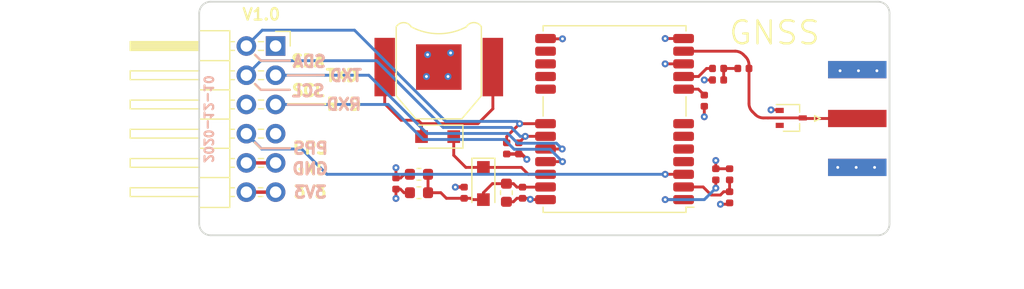
<source format=kicad_pcb>
(kicad_pcb (version 20201116) (generator pcbnew)
  (title_block (title "GNSS") (date "2020-12-17") (rev "r1.0") (company "GsD") (comment 1 "PMOD"))
  (layers (0 "F.Cu" signal) (1 "In1.Cu" signal) (2 "In2.Cu" signal) (31 "B.Cu" signal) (34 "B.Paste" user) (35 "F.Paste" user) (36 "B.SilkS" user "B.Silkscreen") (37 "F.SilkS" user "F.Silkscreen") (38 "B.Mask" user) (39 "F.Mask" user) (44 "Edge.Cuts" user))
  (net 0 "")
  (net 1 "GND")
  (net 2 "+3V3")
  (net 3 "Net-(C2-Pad1)")
  (net 4 "Net-(C6-Pad1)")
  (net 5 "Net-(C7-Pad1)")
  (net 6 "Net-(D1-Pad1)")
  (net 7 "Net-(D3-Pad3)")
  (net 8 "no_connect_23")
  (net 9 "Net-(J1-Pad1)")
  (net 10 "/TXD")
  (net 11 "/RXD")
  (net 12 "Net-(J1-Pad4)")
  (net 13 "/SDA")
  (net 14 "/SCL")
  (net 15 "Net-(J1-Pad9)")
  (net 16 "/TIMEPULSE")
  (net 17 "Net-(R3-Pad2)")
  (net 18 "Net-(R4-Pad2)")
  (net 19 "Net-(R5-Pad2)")
  (net 20 "Net-(R7-Pad2)")
  (net 21 "no_connect_27")
  (net 22 "no_connect_26")
  (net 23 "no_connect_25")
  (net 24 "no_connect_24")
  (net 25 "no_connect_28")
  (net 26 "Net-(U1-Pad6)")
  (net 27 "Net-(U1-Pad5)")
  (net 28 "Net-(U1-Pad4)")
  (footprint "Capacitor_SMD:C_0603_1608Metric" (layer "F.Cu") (at 126.6 96.2 180)
    (fp_text reference "C3" hide)
    (fp_text value "10uF" hide)
    (fp_line (start -0.162779 -0.51) (end 0.162779 -0.51) (layer "F.SilkS") (width 0.12))
    (fp_line (start -0.162779 0.51) (end 0.162779 0.51) (layer "F.SilkS") (width 0.12))
    (pad "1" smd roundrect (at -0.7875 0 180) (size 0.875 0.95) (layers "F.Cu" "F.Paste" "F.Mask") (net 3 "Net-(C2-Pad1)"))
    (pad "2" smd roundrect (at 0.7875 0 180) (size 0.875 0.95) (layers "F.Cu" "F.Paste" "F.Mask") (net 1 "GND"))
  )
  (footprint "Resistor_SMD:R_0402_1005Metric" (layer "F.Cu") (at 153.6 98.2 -90)
    (fp_text reference "R6" hide)
    (fp_text value "0R" hide)
    (pad "1" smd roundrect (at -0.485 0 270) (size 0.59 0.64) (layers "F.Cu" "F.Paste" "F.Mask") (net 19 "Net-(R5-Pad2)"))
    (pad "2" smd roundrect (at 0.485 0 270) (size 0.59 0.64) (layers "F.Cu" "F.Paste" "F.Mask") (net 1 "GND"))
  )
  (footprint "Diode_SMD:D_SOD-123F" (layer "F.Cu") (at 132.2 97 -90)
    (fp_text reference "D1" hide)
    (fp_text value "D_ALT" hide)
    (fp_line (start -2.2 -1) (end -2.2 1) (layer "F.SilkS") (width 0.12))
    (fp_line (start -2.2 1) (end 1.65 1) (layer "F.SilkS") (width 0.12))
    (fp_line (start -2.2 -1) (end 1.65 -1) (layer "F.SilkS") (width 0.12))
    (pad "1" smd rect (at -1.4 0 270) (size 1.1 1.1) (layers "F.Cu" "F.Paste" "F.Mask") (net 6 "Net-(D1-Pad1)"))
    (pad "2" smd rect (at 1.4 0 270) (size 1.1 1.1) (layers "F.Cu" "F.Paste" "F.Mask") (net 3 "Net-(C2-Pad1)"))
  )
  (footprint "Resistor_SMD:R_0402_1005Metric" (layer "F.Cu") (at 135.275 93.95 90)
    (fp_text reference "R1" hide)
    (fp_text value "2K2" hide)
    (pad "1" smd roundrect (at -0.485 0 90) (size 0.59 0.64) (layers "F.Cu" "F.Paste" "F.Mask") (net 2 "+3V3"))
    (pad "2" smd roundrect (at 0.485 0 90) (size 0.59 0.64) (layers "F.Cu" "F.Paste" "F.Mask") (net 14 "/SCL"))
  )
  (footprint "Resistor_SMD:R_0402_1005Metric" (layer "F.Cu") (at 134.225 93.95 90)
    (fp_text reference "R2" hide)
    (fp_text value "2K2" hide)
    (pad "1" smd roundrect (at -0.485 0 90) (size 0.59 0.64) (layers "F.Cu" "F.Paste" "F.Mask") (net 2 "+3V3"))
    (pad "2" smd roundrect (at 0.485 0 90) (size 0.59 0.64) (layers "F.Cu" "F.Paste" "F.Mask") (net 13 "/SDA"))
  )
  (footprint "Package_TO_SOT_SMD:SOT-323_SC-70" (layer "F.Cu") (at 158.956 91.2988)
    (fp_text reference "D3" hide)
    (fp_text value "TVS" hide)
    (fp_line (start 0.73 -1.16) (end -1.3 -1.16) (layer "F.SilkS") (width 0.12))
    (fp_line (start 0.73 0.5) (end 0.73 1.16) (layer "F.SilkS") (width 0.12))
    (fp_line (start 0.73 -1.16) (end 0.73 -0.5) (layer "F.SilkS") (width 0.12))
    (fp_line (start -0.68 1.16) (end 0.73 1.16) (layer "F.SilkS") (width 0.12))
    (pad "1" smd rect (at -1 -0.65 270) (size 0.45 0.7) (layers "F.Cu" "F.Paste" "F.Mask") (net 1 "GND"))
    (pad "2" smd rect (at -1 0.65 270) (size 0.45 0.7) (layers "F.Cu" "F.Paste" "F.Mask") (net 8 "no_connect_23"))
    (pad "3" smd rect (at 1 0 270) (size 0.45 0.7) (layers "F.Cu" "F.Paste" "F.Mask") (net 7 "Net-(D3-Pad3)"))
  )
  (footprint "Capacitor_SMD:C_0603_1608Metric" (layer "F.Cu") (at 134.2 97.8 -90)
    (fp_text reference "C2" hide)
    (fp_text value "10uF" hide)
    (fp_line (start -0.162779 0.51) (end 0.162779 0.51) (layer "F.SilkS") (width 0.12))
    (fp_line (start -0.162779 -0.51) (end 0.162779 -0.51) (layer "F.SilkS") (width 0.12))
    (pad "1" smd roundrect (at -0.7875 0 270) (size 0.875 0.95) (layers "F.Cu" "F.Paste" "F.Mask") (net 3 "Net-(C2-Pad1)"))
    (pad "2" smd roundrect (at 0.7875 0 270) (size 0.875 0.95) (layers "F.Cu" "F.Paste" "F.Mask") (net 1 "GND"))
  )
  (footprint "Capacitor_SMD:C_0402_1005Metric" (layer "F.Cu") (at 124.6 97 90)
    (fp_text reference "C1" hide)
    (fp_text value "1uF" hide)
    (pad "1" smd roundrect (at -0.485 0 90) (size 0.59 0.64) (layers "F.Cu" "F.Paste" "F.Mask") (net 2 "+3V3"))
    (pad "2" smd roundrect (at 0.485 0 90) (size 0.59 0.64) (layers "F.Cu" "F.Paste" "F.Mask") (net 1 "GND"))
  )
  (footprint "Capacitor_SMD:C_0402_1005Metric" (layer "F.Cu") (at 152.6 88 180)
    (fp_text reference "C7" hide)
    (fp_text value "10nF" hide)
    (pad "1" smd roundrect (at -0.485 0 180) (size 0.59 0.64) (layers "F.Cu" "F.Paste" "F.Mask") (net 5 "Net-(C7-Pad1)"))
    (pad "2" smd roundrect (at 0.485 0 180) (size 0.59 0.64) (layers "F.Cu" "F.Paste" "F.Mask") (net 1 "GND"))
  )
  (footprint "Connector_Coaxial:SMA_Amphenol_132289_EdgeMount" (layer "F.Cu") (at 164.6964 91.3496)
    (fp_text reference "J2" hide)
    (fp_text value "IPX" hide)
    (fp_line (start -3.71 0.25) (end -3.21 0) (layer "F.SilkS") (width 0.12))
    (fp_line (start -3.21 0) (end -3.71 -0.25) (layer "F.SilkS") (width 0.12))
    (fp_line (start -3.71 -0.25) (end -3.71 0.25) (layer "F.SilkS") (width 0.12))
    (pad "1" smd rect (at 0 0 90) (size 1.5 5.08) (layers "F.Cu" "F.Paste" "F.Mask") (net 7 "Net-(D3-Pad3)"))
    (pad "2" smd rect (at 0 4.25 90) (size 1.5 5.08) (layers "B.Cu" "B.Paste" "B.Mask") (net 1 "GND"))
    (pad "2" smd rect (at 0 -4.25 90) (size 1.5 5.08) (layers "B.Cu" "B.Paste" "B.Mask") (net 1 "GND"))
    (pad "2" smd rect (at 0 4.25 90) (size 1.5 5.08) (layers "F.Cu" "F.Paste" "F.Mask") (net 1 "GND"))
    (pad "2" smd rect (at 0 -4.25 90) (size 1.5 5.08) (layers "F.Cu" "F.Paste" "F.Mask") (net 1 "GND"))
  )
  (footprint "Capacitor_SMD:C_0402_1005Metric" (layer "F.Cu") (at 130.525 97.8 90)
    (fp_text reference "C5" hide)
    (fp_text value "0.1uF" hide)
    (pad "1" smd roundrect (at -0.485 0 90) (size 0.59 0.64) (layers "F.Cu" "F.Paste" "F.Mask") (net 3 "Net-(C2-Pad1)"))
    (pad "2" smd roundrect (at 0.485 0 90) (size 0.59 0.64) (layers "F.Cu" "F.Paste" "F.Mask") (net 1 "GND"))
  )
  (footprint "Resistor_SMD:R_0402_1005Metric" (layer "F.Cu") (at 152.6 87 180)
    (fp_text reference "R7" hide)
    (fp_text value "10R" hide)
    (pad "1" smd roundrect (at -0.485 0 180) (size 0.59 0.64) (layers "F.Cu" "F.Paste" "F.Mask") (net 5 "Net-(C7-Pad1)"))
    (pad "2" smd roundrect (at 0.485 0 180) (size 0.59 0.64) (layers "F.Cu" "F.Paste" "F.Mask") (net 20 "Net-(R7-Pad2)"))
  )
  (footprint "Inductor_SMD:L_0402_1005Metric" (layer "F.Cu") (at 154.8 87)
    (fp_text reference "L1" hide)
    (fp_text value "47nH" hide)
    (pad "1" smd roundrect (at -0.485 0) (size 0.59 0.64) (layers "F.Cu" "F.Paste" "F.Mask") (net 5 "Net-(C7-Pad1)"))
    (pad "2" smd roundrect (at 0.485 0) (size 0.59 0.64) (layers "F.Cu" "F.Paste" "F.Mask") (net 7 "Net-(D3-Pad3)"))
  )
  (footprint "Diode_SMD:D_SOD-123F" (layer "F.Cu") (at 128.222 92.9244 180)
    (fp_text reference "D2" hide)
    (fp_text value "D_ALT" hide)
    (fp_line (start -2.2 -1) (end -2.2 1) (layer "F.SilkS") (width 0.12))
    (fp_line (start -2.2 -1) (end 1.65 -1) (layer "F.SilkS") (width 0.12))
    (fp_line (start -2.2 1) (end 1.65 1) (layer "F.SilkS") (width 0.12))
    (pad "1" smd rect (at -1.4 0 180) (size 1.1 1.1) (layers "F.Cu" "F.Paste" "F.Mask") (net 6 "Net-(D1-Pad1)"))
    (pad "2" smd rect (at 1.4 0 180) (size 1.1 1.1) (layers "F.Cu" "F.Paste" "F.Mask") (net 4 "Net-(C6-Pad1)"))
  )
  (footprint "Resistor_SMD:R_0402_1005Metric" (layer "F.Cu") (at 153.6 96.2 -90)
    (fp_text reference "R5" hide)
    (fp_text value "0R" hide)
    (pad "1" smd roundrect (at -0.485 0 270) (size 0.59 0.64) (layers "F.Cu" "F.Paste" "F.Mask") (net 2 "+3V3"))
    (pad "2" smd roundrect (at 0.485 0 270) (size 0.59 0.64) (layers "F.Cu" "F.Paste" "F.Mask") (net 19 "Net-(R5-Pad2)"))
  )
  (footprint "Inductor_SMD:L_0603_1608Metric" (layer "F.Cu") (at 126.6 97.8 180)
    (fp_text reference "FB1" hide)
    (fp_text value "100R" hide)
    (fp_line (start -0.162779 -0.51) (end 0.162779 -0.51) (layer "F.SilkS") (width 0.12))
    (fp_line (start -0.162779 0.51) (end 0.162779 0.51) (layer "F.SilkS") (width 0.12))
    (pad "1" smd roundrect (at -0.7875 0 180) (size 0.875 0.95) (layers "F.Cu" "F.Paste" "F.Mask") (net 3 "Net-(C2-Pad1)"))
    (pad "2" smd roundrect (at 0.7875 0 180) (size 0.875 0.95) (layers "F.Cu" "F.Paste" "F.Mask") (net 2 "+3V3"))
  )
  (footprint "Battery:BatteryHolder_Keystone_2998_1x6.8mm" (layer "F.Cu") (at 128.3236 86.8792)
    (fp_text reference "C6" hide)
    (fp_text value "470mF" hide)
    (fp_line (start -2 4.5) (end -3.7 2.5) (layer "F.SilkS") (width 0.12))
    (fp_line (start 3.7 -3.5) (end 3.7 2.5) (layer "F.SilkS") (width 0.12))
    (fp_line (start -2 4.5) (end 2 4.5) (layer "F.SilkS") (width 0.12))
    (fp_line (start 2 4.5) (end 3.7 2.5) (layer "F.SilkS") (width 0.12))
    (fp_line (start -3.7 -3.5) (end -3.7 2.5) (layer "F.SilkS") (width 0.12))
    (fp_arc (start 0 -8) (end -2.4 -3.5) (angle -56.03531623) (layer "F.SilkS") (width 0.12))
    (fp_arc (start 3.05 -3.1) (end 3.703723 -3.5) (angle -117.603575) (layer "F.SilkS") (width 0.12))
    (fp_arc (start -3.05 -3.1) (end -2.4 -3.5) (angle -117.603575) (layer "F.SilkS") (width 0.12))
    (pad "1" smd rect (at 4.7 0) (size 1.78 5.08) (layers "F.Cu" "F.Paste" "F.Mask") (net 4 "Net-(C6-Pad1)"))
    (pad "1" smd rect (at -4.7 0) (size 1.78 5.08) (layers "F.Cu" "F.Paste" "F.Mask") (net 4 "Net-(C6-Pad1)"))
    (pad "2" smd rect (at 0 0) (size 3.96 3.96) (layers "F.Cu" "F.Paste" "F.Mask") (net 1 "GND"))
  )
  (footprint "Resistor_SMD:R_0402_1005Metric" (layer "F.Cu") (at 151.4 89.8 90)
    (fp_text reference "R3" hide)
    (fp_text value "1K" hide)
    (pad "1" smd roundrect (at -0.485 0 90) (size 0.59 0.64) (layers "F.Cu" "F.Paste" "F.Mask") (net 2 "+3V3"))
    (pad "2" smd roundrect (at 0.485 0 90) (size 0.59 0.64) (layers "F.Cu" "F.Paste" "F.Mask") (net 17 "Net-(R3-Pad2)"))
  )
  (footprint "RF_GPS:ublox_NEO" (layer "F.Cu") (at 143.6 91.4 180)
    (fp_text reference "U1" hide)
    (fp_text value "NEO-M8Q" hide)
    (fp_line (start 6.21 -8.11) (end 6.21 -7.66) (layer "F.SilkS") (width 0.12))
    (fp_line (start 6.21 7.66) (end 6.21 8.1) (layer "F.SilkS") (width 0.12))
    (fp_line (start -6.21 -8.11) (end 6.21 -8.11) (layer "F.SilkS") (width 0.12))
    (fp_line (start -6.21 0.26) (end -6.21 1.94) (layer "F.SilkS") (width 0.12))
    (fp_line (start -6.21 7.66) (end -6.21 8.11) (layer "F.SilkS") (width 0.12))
    (fp_line (start 6.21 0.26) (end 6.21 1.94) (layer "F.SilkS") (width 0.12))
    (fp_line (start -6.9 -7.66) (end -6.21 -7.66) (layer "F.SilkS") (width 0.12))
    (fp_line (start -6.21 -8.11) (end -6.21 -7.66) (layer "F.SilkS") (width 0.12))
    (fp_line (start -6.21 8.11) (end 6.21 8.11) (layer "F.SilkS") (width 0.12))
    (pad "1" smd roundrect (at -6 -7 180) (size 1.8 0.8) (layers "F.Cu" "F.Paste" "F.Mask") (net 18 "Net-(R4-Pad2)"))
    (pad "2" smd roundrect (at -6 -5.9 180) (size 1.8 0.8) (layers "F.Cu" "F.Paste" "F.Mask") (net 19 "Net-(R5-Pad2)"))
    (pad "3" smd roundrect (at -6 -4.8 180) (size 1.8 0.8) (layers "F.Cu" "F.Paste" "F.Mask") (net 16 "/TIMEPULSE"))
    (pad "4" smd roundrect (at -6 -3.7 180) (size 1.8 0.8) (layers "F.Cu" "F.Paste" "F.Mask") (net 28 "Net-(U1-Pad4)"))
    (pad "5" smd roundrect (at -6 -2.6 180) (size 1.8 0.8) (layers "F.Cu" "F.Paste" "F.Mask") (net 27 "Net-(U1-Pad5)"))
    (pad "6" smd roundrect (at -6 -1.5 180) (size 1.8 0.8) (layers "F.Cu" "F.Paste" "F.Mask") (net 26 "Net-(U1-Pad6)"))
    (pad "7" smd roundrect (at -6 -0.4 180) (size 1.8 0.8) (layers "F.Cu" "F.Paste" "F.Mask") (net 25 "no_connect_28"))
    (pad "8" smd roundrect (at -6 2.6 180) (size 1.8 0.8) (layers "F.Cu" "F.Paste" "F.Mask") (net 17 "Net-(R3-Pad2)"))
    (pad "9" smd roundrect (at -6 3.7 180) (size 1.8 0.8) (layers "F.Cu" "F.Paste" "F.Mask") (net 20 "Net-(R7-Pad2)"))
    (pad "10" smd roundrect (at -6 4.8 180) (size 1.8 0.8) (layers "F.Cu" "F.Paste" "F.Mask") (net 1 "GND"))
    (pad "11" smd roundrect (at -6 5.9 180) (size 1.8 0.8) (layers "F.Cu" "F.Paste" "F.Mask") (net 7 "Net-(D3-Pad3)"))
    (pad "12" smd roundrect (at -6 7 180) (size 1.8 0.8) (layers "F.Cu" "F.Paste" "F.Mask") (net 1 "GND"))
    (pad "13" smd roundrect (at 6 7 180) (size 1.8 0.8) (layers "F.Cu" "F.Paste" "F.Mask") (net 1 "GND"))
    (pad "14" smd roundrect (at 6 5.9 180) (size 1.8 0.8) (layers "F.Cu" "F.Paste" "F.Mask") (net 24 "no_connect_24"))
    (pad "15" smd roundrect (at 6 4.8 180) (size 1.8 0.8) (layers "F.Cu" "F.Paste" "F.Mask") (net 23 "no_connect_25"))
    (pad "16" smd roundrect (at 6 3.7 180) (size 1.8 0.8) (layers "F.Cu" "F.Paste" "F.Mask") (net 22 "no_connect_26"))
    (pad "17" smd roundrect (at 6 2.6 180) (size 1.8 0.8) (layers "F.Cu" "F.Paste" "F.Mask") (net 21 "no_connect_27"))
    (pad "18" smd roundrect (at 6 -0.4 180) (size 1.8 0.8) (layers "F.Cu" "F.Paste" "F.Mask") (net 13 "/SDA"))
    (pad "19" smd roundrect (at 6 -1.5 180) (size 1.8 0.8) (layers "F.Cu" "F.Paste" "F.Mask") (net 14 "/SCL"))
    (pad "20" smd roundrect (at 6 -2.6 180) (size 1.8 0.8) (layers "F.Cu" "F.Paste" "F.Mask") (net 10 "/TXD"))
    (pad "21" smd roundrect (at 6 -3.7 180) (size 1.8 0.8) (layers "F.Cu" "F.Paste" "F.Mask") (net 11 "/RXD"))
    (pad "22" smd roundrect (at 6 -4.8 180) (size 1.8 0.8) (layers "F.Cu" "F.Paste" "F.Mask") (net 6 "Net-(D1-Pad1)"))
    (pad "23" smd roundrect (at 6 -5.9 180) (size 1.8 0.8) (layers "F.Cu" "F.Paste" "F.Mask") (net 3 "Net-(C2-Pad1)"))
    (pad "24" smd roundrect (at 6 -7 180) (size 1.8 0.8) (layers "F.Cu" "F.Paste" "F.Mask") (net 1 "GND"))
  )
  (footprint "Resistor_SMD:R_0402_1005Metric" (layer "F.Cu") (at 152.4 96.2 -90)
    (fp_text reference "R4" hide)
    (fp_text value "1K" hide)
    (pad "1" smd roundrect (at -0.485 0 270) (size 0.59 0.64) (layers "F.Cu" "F.Paste" "F.Mask") (net 2 "+3V3"))
    (pad "2" smd roundrect (at 0.485 0 270) (size 0.59 0.64) (layers "F.Cu" "F.Paste" "F.Mask") (net 18 "Net-(R4-Pad2)"))
  )
  (footprint "Capacitor_SMD:C_0402_1005Metric" (layer "F.Cu") (at 135.6 97.8 -90)
    (fp_text reference "C4" hide)
    (fp_text value "0.1uF" hide)
    (pad "1" smd roundrect (at -0.485 0 270) (size 0.59 0.64) (layers "F.Cu" "F.Paste" "F.Mask") (net 3 "Net-(C2-Pad1)"))
    (pad "2" smd roundrect (at 0.485 0 270) (size 0.59 0.64) (layers "F.Cu" "F.Paste" "F.Mask") (net 1 "GND"))
  )
  (footprint "pkl_connectors:PMODHeader_2x06_P2.54mm_Horizontal" (layer "F.Cu") (at 114.14 97.75 180)
    (fp_text reference "J1" hide)
    (fp_text value "PMOD" hide)
    (fp_line (start 12.64 7.24) (end 12.64 8) (layer "F.SilkS") (width 0.12))
    (fp_line (start 6.64 2.16) (end 12.64 2.16) (layer "F.SilkS") (width 0.12))
    (fp_line (start 3.582929 0.38) (end 3.98 0.38) (layer "F.SilkS") (width 0.12))
    (fp_line (start 1.042929 2.16) (end 1.497071 2.16) (layer "F.SilkS") (width 0.12))
    (fp_line (start 1.042929 9.78) (end 1.497071 9.78) (layer "F.SilkS") (width 0.12))
    (fp_line (start 3.98 1.27) (end 6.64 1.27) (layer "F.SilkS") (width 0.12))
    (fp_line (start 6.64 12.86) (end 12.64 12.86) (layer "F.SilkS") (width 0.12))
    (fp_line (start 3.582929 2.16) (end 3.98 2.16) (layer "F.SilkS") (width 0.12))
    (fp_line (start 1.042929 5.46) (end 1.497071 5.46) (layer "F.SilkS") (width 0.12))
    (fp_line (start 6.64 -1.33) (end 3.98 -1.33) (layer "F.SilkS") (width 0.12))
    (fp_line (start 3.98 6.35) (end 6.64 6.35) (layer "F.SilkS") (width 0.12))
    (fp_line (start 3.98 -1.33) (end 3.98 14.03) (layer "F.SilkS") (width 0.12))
    (fp_line (start 12.64 2.92) (end 6.64 2.92) (layer "F.SilkS") (width 0.12))
    (fp_line (start 1.042929 4.7) (end 1.497071 4.7) (layer "F.SilkS") (width 0.12))
    (fp_line (start 6.64 7.24) (end 12.64 7.24) (layer "F.SilkS") (width 0.12))
    (fp_line (start 1.042929 8) (end 1.497071 8) (layer "F.SilkS") (width 0.12))
    (fp_line (start 1.042929 7.24) (end 1.497071 7.24) (layer "F.SilkS") (width 0.12))
    (fp_line (start 3.582929 10.54) (end 3.98 10.54) (layer "F.SilkS") (width 0.12))
    (fp_line (start 12.64 -0.38) (end 12.64 0.38) (layer "F.SilkS") (width 0.12))
    (fp_line (start 1.042929 10.54) (end 1.497071 10.54) (layer "F.SilkS") (width 0.12))
    (fp_line (start 12.64 13.08) (end 6.64 13.08) (layer "F.SilkS") (width 0.12))
    (fp_line (start 6.64 12.5) (end 12.64 12.5) (layer "F.SilkS") (width 0.12))
    (fp_line (start 6.64 12.38) (end 12.64 12.38) (layer "F.SilkS") (width 0.12))
    (fp_line (start 12.64 8) (end 6.64 8) (layer "F.SilkS") (width 0.12))
    (fp_line (start 3.582929 7.24) (end 3.98 7.24) (layer "F.SilkS") (width 0.12))
    (fp_line (start 3.582929 4.7) (end 3.98 4.7) (layer "F.SilkS") (width 0.12))
    (fp_line (start 1.11 -0.38) (end 1.497071 -0.38) (layer "F.SilkS") (width 0.12))
    (fp_line (start 6.64 9.78) (end 12.64 9.78) (layer "F.SilkS") (width 0.12))
    (fp_line (start 3.582929 9.78) (end 3.98 9.78) (layer "F.SilkS") (width 0.12))
    (fp_line (start 12.64 4.7) (end 12.64 5.46) (layer "F.SilkS") (width 0.12))
    (fp_line (start 6.64 14.03) (end 6.64 -1.33) (layer "F.SilkS") (width 0.12))
    (fp_line (start -1.27 13.97) (end -1.27 12.7) (layer "F.SilkS") (width 0.12))
    (fp_line (start 3.582929 -0.38) (end 3.98 -0.38) (layer "F.SilkS") (width 0.12))
    (fp_line (start 6.64 -0.38) (end 12.64 -0.38) (layer "F.SilkS") (width 0.12))
    (fp_line (start 3.98 8.89) (end 6.64 8.89) (layer "F.SilkS") (width 0.12))
    (fp_line (start 12.64 12.32) (end 12.64 13.08) (layer "F.SilkS") (width 0.12))
    (fp_line (start 1.042929 12.32) (end 1.497071 12.32) (layer "F.SilkS") (width 0.12))
    (fp_line (start 12.64 0.38) (end 6.64 0.38) (layer "F.SilkS") (width 0.12))
    (fp_line (start 12.64 10.54) (end 6.64 10.54) (layer "F.SilkS") (width 0.12))
    (fp_line (start 3.582929 5.46) (end 3.98 5.46) (layer "F.SilkS") (width 0.12))
    (fp_line (start 1.11 0.38) (end 1.497071 0.38) (layer "F.SilkS") (width 0.12))
    (fp_line (start 3.582929 13.08) (end 3.98 13.08) (layer "F.SilkS") (width 0.12))
    (fp_line (start 3.582929 2.92) (end 3.98 2.92) (layer "F.SilkS") (width 0.12))
    (fp_line (start 6.64 12.62) (end 12.64 12.62) (layer "F.SilkS") (width 0.12))
    (fp_line (start 3.98 14.03) (end 6.64 14.03) (layer "F.SilkS") (width 0.12))
    (fp_line (start 6.64 12.74) (end 12.64 12.74) (layer "F.SilkS") (width 0.12))
    (fp_line (start 3.98 11.43) (end 6.64 11.43) (layer "F.SilkS") (width 0.12))
    (fp_line (start 1.042929 2.92) (end 1.497071 2.92) (layer "F.SilkS") (width 0.12))
    (fp_line (start 6.64 12.32) (end 12.64 12.32) (layer "F.SilkS") (width 0.12))
    (fp_line (start 6.64 4.7) (end 12.64 4.7) (layer "F.SilkS") (width 0.12))
    (fp_line (start 12.64 2.16) (end 12.64 2.92) (layer "F.SilkS") (width 0.12))
    (fp_line (start 0 13.97) (end -1.27 13.97) (layer "F.SilkS") (width 0.12))
    (fp_line (start 3.582929 8) (end 3.98 8) (layer "F.SilkS") (width 0.12))
    (fp_line (start 6.64 12.98) (end 12.64 12.98) (layer "F.SilkS") (width 0.12))
    (fp_line (start 3.582929 12.32) (end 3.98 12.32) (layer "F.SilkS") (width 0.12))
    (fp_line (start 1.042929 13.08) (end 1.497071 13.08) (layer "F.SilkS") (width 0.12))
    (fp_line (start 3.98 3.81) (end 6.64 3.81) (layer "F.SilkS") (width 0.12))
    (fp_line (start 12.64 5.46) (end 6.64 5.46) (layer "F.SilkS") (width 0.12))
    (fp_line (start 12.64 9.78) (end 12.64 10.54) (layer "F.SilkS") (width 0.12))
    (pad "1" thru_hole rect (at 0 12.7 180) (size 1.7 1.7) (drill 1) (layers *.Cu *.Mask) (net 9 "Net-(J1-Pad1)"))
    (pad "2" thru_hole oval (at 0 10.16 180) (size 1.7 1.7) (drill 1) (layers *.Cu *.Mask) (net 10 "/TXD"))
    (pad "3" thru_hole oval (at 0 7.62 180) (size 1.7 1.7) (drill 1) (layers *.Cu *.Mask) (net 11 "/RXD"))
    (pad "4" thru_hole oval (at 0 5.08 180) (size 1.7 1.7) (drill 1) (layers *.Cu *.Mask) (net 12 "Net-(J1-Pad4)"))
    (pad "5" thru_hole oval (at 0 2.54 180) (size 1.7 1.7) (drill 1) (layers *.Cu *.Mask) (net 1 "GND"))
    (pad "6" thru_hole circle (at 0 0 180) (size 1.7 1.7) (drill 1) (layers *.Cu *.Mask) (net 2 "+3V3"))
    (pad "7" thru_hole circle (at 2.54 12.7 180) (size 1.7 1.7) (drill 1) (layers *.Cu *.Mask) (net 13 "/SDA"))
    (pad "8" thru_hole oval (at 2.54 10.16 180) (size 1.7 1.7) (drill 1) (layers *.Cu *.Mask) (net 14 "/SCL"))
    (pad "9" thru_hole oval (at 2.54 7.62 180) (size 1.7 1.7) (drill 1) (layers *.Cu *.Mask) (net 15 "Net-(J1-Pad9)"))
    (pad "10" thru_hole oval (at 2.54 5.08 180) (size 1.7 1.7) (drill 1) (layers *.Cu *.Mask) (net 16 "/TIMEPULSE"))
    (pad "11" thru_hole oval (at 2.54 2.54 180) (size 1.7 1.7) (drill 1) (layers *.Cu *.Mask) (net 1 "GND"))
    (pad "12" thru_hole oval (at 2.54 0 180) (size 1.7 1.7) (drill 1) (layers *.Cu *.Mask) (net 2 "+3V3"))
  )
  (gr_line (start 112.362 88.352) (end 112.87 88.86) (layer "B.SilkS") (width 0.2))
  (gr_line (start 112.87 86.32) (end 115.374 86.32) (layer "B.SilkS") (width 0.2))
  (gr_line (start 112.87 93.94) (end 115.374 93.94) (layer "B.SilkS") (width 0.2))
  (gr_line (start 115.2 87.6) (end 118.325 87.575) (layer "B.SilkS") (width 0.2))
  (gr_line (start 112.362 85.812) (end 112.87 86.32) (layer "B.SilkS") (width 0.2))
  (gr_line (start 112.362 93.432) (end 112.87 93.94) (layer "B.SilkS") (width 0.2))
  (gr_line (start 115.2 90.15) (end 118.3 90.15) (layer "B.SilkS") (width 0.2))
  (gr_line (start 112.87 88.86) (end 115.374 88.86) (layer "B.SilkS") (width 0.2))
  (gr_line (start 115.2 87.6) (end 118.325 87.575) (layer "F.SilkS") (width 0.2))
  (gr_line (start 115.225 90.1) (end 118.475 90.1) (layer "F.SilkS") (width 0.2))
  (gr_line (start 112.834 93.94) (end 115.374 93.94) (layer "F.SilkS") (width 0.2))
  (gr_line (start 112.834 88.86) (end 115.374 88.86) (layer "F.SilkS") (width 0.2))
  (gr_line (start 112.834 86.32) (end 115.374 86.32) (layer "F.SilkS") (width 0.2))
  (gr_line (start 112.326 93.432) (end 112.834 93.94) (layer "F.SilkS") (width 0.2))
  (gr_line (start 112.326 88.352) (end 112.834 88.86) (layer "F.SilkS") (width 0.2))
  (gr_line (start 112.326 85.812) (end 112.834 86.32) (layer "F.SilkS") (width 0.2))
  (gr_arc (start 166.5 82.2) (end 167.5 82.2) (angle -90) (layer "Edge.Cuts") (width 0.15))
  (gr_line (start 108.5 81.2) (end 166.5 81.2) (layer "Edge.Cuts") (width 0.15))
  (gr_arc (start 166.5 100.5) (end 166.5 101.5) (angle -90) (layer "Edge.Cuts") (width 0.15))
  (gr_line (start 167.5 82.2) (end 167.5 100.5) (layer "Edge.Cuts") (width 0.15))
  (gr_line (start 107.5 100.5) (end 107.5 82.2) (layer "Edge.Cuts") (width 0.15))
  (gr_arc (start 108.5 100.5) (end 107.5 100.5) (angle -90) (layer "Edge.Cuts") (width 0.15))
  (gr_line (start 166.5 101.5) (end 108.5 101.5) (layer "Edge.Cuts") (width 0.15))
  (gr_arc (start 108.5 82.2) (end 108.5 81.2) (angle -90) (layer "Edge.Cuts") (width 0.15))
  (gr_text "GND" (at 117.152 95.718) (layer "B.SilkS") (effects (font (size 1 1) (thickness 0.25)) (justify mirror)))
  (gr_text "SCL" (at 116.975 88.95) (layer "B.SilkS") (effects (font (size 1 1) (thickness 0.25)) (justify mirror)))
  (gr_text "3V3" (at 117.152 97.75) (layer "B.SilkS") (effects (font (size 1 1) (thickness 0.25)) (justify mirror)))
  (gr_text "2020-12-10\n" (at 108.298 91.4 270) (layer "B.SilkS") (effects (font (size 0.75 0.75) (thickness 0.1875)) (justify mirror)))
  (gr_text "SDA" (at 117.075 86.4) (layer "B.SilkS") (effects (font (size 1 1) (thickness 0.25)) (justify mirror)))
  (gr_text "TXD" (at 120.246428 87.6225) (layer "B.SilkS") (effects (font (size 1 1) (thickness 0.25)) (justify mirror)))
  (gr_text "PPS" (at 117.175 93.95) (layer "B.SilkS") (effects (font (size 1 1) (thickness 0.25)) (justify mirror)))
  (gr_text "RXD" (at 120.071427 90.1225) (layer "B.SilkS") (effects (font (size 1 1) (thickness 0.25)) (justify mirror)))
  (gr_text "PPS" (at 117.15 93.925) (layer "F.SilkS") (effects (font (size 1 1) (thickness 0.25))))
  (gr_text "TXD" (at 119.9 87.625) (layer "F.SilkS") (effects (font (size 1 1) (thickness 0.25))))
  (gr_text "GND" (at 117.152 95.718) (layer "F.SilkS") (effects (font (size 1 1) (thickness 0.25))))
  (gr_text "SDA" (at 116.95 86.35) (layer "F.SilkS") (effects (font (size 1 1) (thickness 0.25))))
  (gr_text "RXD" (at 120.075 90.125) (layer "F.SilkS") (effects (font (size 1 1) (thickness 0.25))))
  (gr_text "V1.0" (at 112.9 82.3) (layer "F.SilkS") (effects (font (size 1 1) (thickness 0.2))))
  (gr_text "GNSS" (at 157.5 83.9) (layer "F.SilkS") (effects (font (size 2 2) (thickness 0.2))))
  (gr_text "3V3" (at 117.152 97.75) (layer "F.SilkS") (effects (font (size 1 1) (thickness 0.25))))
  (gr_text "SCL" (at 116.975 88.925) (layer "F.SilkS") (effects (font (size 1 1) (thickness 0.25))))
  (segment (start 157.956 90.6488) (end 157.9072 90.6) (width 0.25) (layer "F.Cu") (net 1))
  (segment (start 125.01 96.515) (end 124.6 96.515) (width 0.25) (layer "F.Cu") (net 1))
  (segment (start 135.115 98.285) (end 135.6 98.285) (width 0.25) (layer "F.Cu") (net 1))
  (segment (start 136.3 98.4) (end 136.275 98.375) (width 0.25) (layer "F.Cu") (net 1))
  (segment (start 124.6 96.515) (end 124.6 95.625) (width 0.25) (layer "F.Cu") (net 1))
  (segment (start 149.6 84.4) (end 148 84.4) (width 0.25) (layer "F.Cu") (net 1))
  (segment (start 153.485 98.8) (end 152.8 98.8) (width 0.25) (layer "F.Cu") (net 1))
  (segment (start 130.51 97.305) (end 129.77 97.305) (width 0.3) (layer "F.Cu") (net 1))
  (segment (start 157.9072 90.6) (end 157.2 90.6) (width 0.25) (layer "F.Cu") (net 1))
  (segment (start 134.8125 98.5875) (end 135.115 98.285) (width 0.25) (layer "F.Cu") (net 1))
  (segment (start 129.77 97.305) (end 129.76 97.315) (width 0.3) (layer "F.Cu") (net 1))
  (segment (start 135.6 98.285) (end 136.185 98.285) (width 0.25) (layer "F.Cu") (net 1))
  (segment (start 125.8125 96.2) (end 125.325 96.2) (width 0.25) (layer "F.Cu") (net 1))
  (segment (start 111.6 95.21) (end 114.14 95.21) (width 0.3) (layer "F.Cu") (net 1))
  (segment (start 137.625 84.425) (end 139.075 84.425) (width 0.25) (layer "F.Cu") (net 1))
  (segment (start 125.325 96.2) (end 125.01 96.515) (width 0.25) (layer "F.Cu") (net 1))
  (segment (start 137.6 98.4) (end 136.3 98.4) (width 0.25) (layer "F.Cu") (net 1))
  (segment (start 137.6 84.4) (end 137.625 84.425) (width 0.25) (layer "F.Cu") (net 1))
  (segment (start 152.115 88) (end 151.4 88) (width 0.25) (layer "F.Cu") (net 1))
  (segment (start 153.6 98.685) (end 153.485 98.8) (width 0.25) (layer "F.Cu") (net 1))
  (segment (start 136.185 98.285) (end 136.275 98.375) (width 0.25) (layer "F.Cu") (net 1))
  (segment (start 149.6 86.6) (end 148 86.6) (width 0.25) (layer "F.Cu") (net 1))
  (segment (start 134.2 98.5875) (end 134.8125 98.5875) (width 0.25) (layer "F.Cu") (net 1))
  (via (at 164.8 87.2) (size 0.6) (drill 0.25) (layers "F.Cu" "B.Cu") (net 1))
  (via (at 127.35 85.8) (size 0.6) (drill 0.25) (layers "F.Cu" "B.Cu") (net 1))
  (via (at 163 95.6) (size 0.6) (drill 0.25) (layers "F.Cu" "B.Cu") (net 1))
  (via (at 152.8 98.8) (size 0.6) (drill 0.25) (layers "F.Cu" "B.Cu") (net 1))
  (via (at 163.2 87.2) (size 0.6) (drill 0.25) (layers "F.Cu" "B.Cu") (net 1))
  (via (at 166.2 95.6) (size 0.6) (drill 0.25) (layers "F.Cu" "B.Cu") (net 1))
  (via (at 148 84.4) (size 0.6) (drill 0.25) (layers "F.Cu" "B.Cu") (net 1))
  (via (at 151.4 88) (size 0.6) (drill 0.25) (layers "F.Cu" "B.Cu") (net 1))
  (via (at 129.35 85.65) (size 0.6) (drill 0.25) (layers "F.Cu" "B.Cu") (net 1))
  (via (at 127.25 87.7) (size 0.6) (drill 0.25) (layers "F.Cu" "B.Cu") (net 1))
  (via (at 157.2 90.6) (size 0.6) (drill 0.25) (layers "F.Cu" "B.Cu") (net 1))
  (via (at 129.125 87.7) (size 0.6) (drill 0.25) (layers "F.Cu" "B.Cu") (net 1))
  (via (at 148 86.6) (size 0.6) (drill 0.25) (layers "F.Cu" "B.Cu") (net 1))
  (via (at 139.075 84.425) (size 0.6) (drill 0.25) (layers "F.Cu" "B.Cu") (net 1))
  (via (at 164.6 95.6) (size 0.6) (drill 0.25) (layers "F.Cu" "B.Cu") (net 1))
  (via (at 136.275 98.375) (size 0.6) (drill 0.25) (layers "F.Cu" "B.Cu") (net 1))
  (via (at 166.4 87.2) (size 0.6) (drill 0.25) (layers "F.Cu" "B.Cu") (net 1))
  (via (at 129.76 97.315) (size 0.6) (drill 0.25) (layers "F.Cu" "B.Cu") (net 1))
  (via (at 124.6 95.625) (size 0.6) (drill 0.25) (layers "F.Cu" "B.Cu") (net 1))
  (segment (start 124.6 97.485) (end 124.6 98.3) (width 0.25) (layer "F.Cu") (net 2))
  (segment (start 125.3 97.8) (end 124.985 97.485) (width 0.25) (layer "F.Cu") (net 2))
  (segment (start 152.4 95.715) (end 152.4 95) (width 0.25) (layer "F.Cu") (net 2))
  (segment (start 153.6 95.715) (end 152.4 95.715) (width 0.25) (layer "F.Cu") (net 2))
  (segment (start 135.275 94.435) (end 134.225 94.435) (width 0.3) (layer "F.Cu") (net 2))
  (segment (start 124.985 97.485) (end 124.6 97.485) (width 0.25) (layer "F.Cu") (net 2))
  (segment (start 151.4 90.285) (end 151.4 91.2) (width 0.25) (layer "F.Cu") (net 2))
  (segment (start 111.6 97.75) (end 114.14 97.75) (width 0.3) (layer "F.Cu") (net 2))
  (segment (start 125.8125 97.8) (end 125.3 97.8) (width 0.25) (layer "F.Cu") (net 2))
  (segment (start 135.51 94.435) (end 135.275 94.435) (width 0.3) (layer "F.Cu") (net 2))
  (segment (start 135.975 94.9) (end 135.51 94.435) (width 0.3) (layer "F.Cu") (net 2))
  (via (at 135.975 94.9) (size 0.6) (drill 0.25) (layers "F.Cu" "B.Cu") (net 2))
  (via (at 124.6 98.3) (size 0.6) (drill 0.25) (layers "F.Cu" "B.Cu") (net 2))
  (via (at 152.4 95) (size 0.6) (drill 0.25) (layers "F.Cu" "B.Cu") (net 2))
  (via (at 151.4 91.2) (size 0.6) (drill 0.25) (layers "F.Cu" "B.Cu") (net 2))
  (segment (start 127.3875 97.8) (end 128.5 97.8) (width 0.25) (layer "F.Cu") (net 3))
  (segment (start 137.585 97.315) (end 135.6 97.315) (width 0.25) (layer "F.Cu") (net 3))
  (segment (start 135.115 97.315) (end 134.8125 97.0125) (width 0.25) (layer "F.Cu") (net 3))
  (segment (start 134.2 97.0125) (end 132.9875 97.0125) (width 0.25) (layer "F.Cu") (net 3))
  (segment (start 135.6 97.315) (end 135.115 97.315) (width 0.25) (layer "F.Cu") (net 3))
  (segment (start 130.525 98.285) (end 131.135 98.285) (width 0.25) (layer "F.Cu") (net 3))
  (segment (start 132.2 97.8) (end 132.2 98.4) (width 0.25) (layer "F.Cu") (net 3))
  (segment (start 128.985 98.285) (end 130.525 98.285) (width 0.25) (layer "F.Cu") (net 3))
  (segment (start 134.8125 97.0125) (end 134.2 97.0125) (width 0.25) (layer "F.Cu") (net 3))
  (segment (start 132.9875 97.0125) (end 132.2 97.8) (width 0.25) (layer "F.Cu") (net 3))
  (segment (start 137.6 97.3) (end 137.585 97.315) (width 0.25) (layer "F.Cu") (net 3))
  (segment (start 127.3875 96.2) (end 127.3875 97.8) (width 0.25) (layer "F.Cu") (net 3))
  (segment (start 131.25 98.4) (end 132.2 98.4) (width 0.25) (layer "F.Cu") (net 3))
  (segment (start 128.5 97.8) (end 128.985 98.285) (width 0.25) (layer "F.Cu") (net 3))
  (segment (start 131.135 98.285) (end 131.25 98.4) (width 0.25) (layer "F.Cu") (net 3))
  (segment (start 126.525 91.5) (end 126.822 91.797) (width 0.25) (layer "F.Cu") (net 4))
  (segment (start 126.822 91.797) (end 126.822 92.9244) (width 0.25) (layer "F.Cu") (net 4))
  (segment (start 133.0236 86.8792) (end 133.0236 90.5014) (width 0.25) (layer "F.Cu") (net 4))
  (segment (start 123.6236 90.0736) (end 125.05 91.5) (width 0.25) (layer "F.Cu") (net 4))
  (segment (start 123.6236 86.8792) (end 123.6236 90.0736) (width 0.25) (layer "F.Cu") (net 4))
  (segment (start 131.728 91.797) (end 126.822 91.797) (width 0.25) (layer "F.Cu") (net 4))
  (segment (start 133.0236 90.5014) (end 131.728 91.797) (width 0.25) (layer "F.Cu") (net 4))
  (segment (start 125.05 91.5) (end 126.525 91.5) (width 0.25) (layer "F.Cu") (net 4))
  (segment (start 154.315 87) (end 153.085 87) (width 0.25) (layer "F.Cu") (net 5))
  (segment (start 153.085 88) (end 153.085 87) (width 0.25) (layer "F.Cu") (net 5))
  (segment (start 130.675 95.6) (end 132.2 95.6) (width 0.25) (layer "F.Cu") (net 6))
  (segment (start 129.622 94.547) (end 130.675 95.6) (width 0.25) (layer "F.Cu") (net 6))
  (segment (start 129.622 92.9244) (end 129.622 94.547) (width 0.25) (layer "F.Cu") (net 6))
  (segment (start 135.5 95.6) (end 132.2 95.6) (width 0.25) (layer "F.Cu") (net 6))
  (segment (start 136.1 96.2) (end 135.5 95.6) (width 0.25) (layer "F.Cu") (net 6))
  (segment (start 137.6 96.2) (end 136.1 96.2) (width 0.25) (layer "F.Cu") (net 6))
  (segment (start 156.538014 91.2988) (end 156.938014 91.2988) (width 0.25) (layer "F.Cu") (net 7))
  (segment (start 155.285 86.699214) (end 155.285 87) (width 0.25) (layer "F.Cu") (net 7))
  (segment (start 156.938014 91.2988) (end 159.956 91.2988) (width 0.25) (layer "F.Cu") (net 7))
  (segment (start 155.285 87) (end 155.285 90.045786) (width 0.25) (layer "F.Cu") (net 7))
  (segment (start 154.792893 85.792893) (end 154.992107 85.992107) (width 0.25) (layer "F.Cu") (net 7))
  (segment (start 159.956 91.2988) (end 160.0068 91.3496) (width 0.25) (layer "F.Cu") (net 7))
  (segment (start 160.0068 91.3496) (end 164.6964 91.3496) (width 0.25) (layer "F.Cu") (net 7))
  (segment (start 149.6 85.5) (end 154.085786 85.5) (width 0.25) (layer "F.Cu") (net 7))
  (segment (start 155.577893 90.752893) (end 155.830907 91.005907) (width 0.25) (layer "F.Cu") (net 7))
  (arc (start 155.285 86.699214) (mid 155.20888 86.316531) (end 154.992107 85.992107) (width 0.25) (layer "F.Cu") (net 7))
  (arc (start 154.085786 85.5) (mid 154.468469 85.57612) (end 154.792893 85.792893) (width 0.25) (layer "F.Cu") (net 7))
  (arc (start 155.577893 90.752893) (mid 155.36112 90.42847) (end 155.285 90.045786) (width 0.25) (layer "F.Cu") (net 7))
  (arc (start 155.830907 91.005907) (mid 156.15533 91.22268) (end 156.538014 91.2988) (width 0.25) (layer "F.Cu") (net 7))
  (segment (start 137.6 94) (end 139.05 94) (width 0.25) (layer "F.Cu") (net 10))
  (via (at 139.05 94) (size 0.6) (drill 0.25) (layers "F.Cu" "B.Cu") (net 10))
  (segment (start 134.325 92.65) (end 127.3 92.65) (width 0.25) (layer "B.Cu") (net 10))
  (segment (start 127.3 92.65) (end 122.24 87.59) (width 0.25) (layer "B.Cu") (net 10))
  (segment (start 135.175 93.5) (end 134.325 92.65) (width 0.25) (layer "B.Cu") (net 10))
  (segment (start 139.05 94) (end 138.55 93.5) (width 0.25) (layer "B.Cu") (net 10))
  (segment (start 138.55 93.5) (end 135.175 93.5) (width 0.25) (layer "B.Cu") (net 10))
  (segment (start 122.24 87.59) (end 114.14 87.59) (width 0.25) (layer "B.Cu") (net 10))
  (segment (start 137.6 95.1) (end 139.075 95.1) (width 0.25) (layer "F.Cu") (net 11))
  (via (at 139.075 95.1) (size 0.6) (drill 0.25) (layers "F.Cu" "B.Cu") (net 11))
  (segment (start 139.075 95.1) (end 138 94.025) (width 0.25) (layer "B.Cu") (net 11))
  (segment (start 134.875 94.025) (end 134.025 93.175) (width 0.25) (layer "B.Cu") (net 11))
  (segment (start 134.025 93.175) (end 126.975 93.175) (width 0.25) (layer "B.Cu") (net 11))
  (segment (start 123.93 90.13) (end 114.14 90.13) (width 0.25) (layer "B.Cu") (net 11))
  (segment (start 138 94.025) (end 134.875 94.025) (width 0.25) (layer "B.Cu") (net 11))
  (segment (start 126.975 93.175) (end 123.93 90.13) (width 0.25) (layer "B.Cu") (net 11))
  (segment (start 114.22 92.75) (end 114.14 92.67) (width 0.2) (layer "F.Cu") (net 12))
  (segment (start 137.6 91.8) (end 135.35 91.8) (width 0.25) (layer "F.Cu") (net 13))
  (segment (start 134.225 92.925) (end 134.225 93.465) (width 0.25) (layer "F.Cu") (net 13))
  (segment (start 135.35 91.8) (end 134.225 92.925) (width 0.25) (layer "F.Cu") (net 13))
  (via (at 135.35 91.8) (size 0.6) (drill 0.25) (layers "F.Cu" "B.Cu") (net 13))
  (segment (start 128.925 91.6) (end 121 83.675) (width 0.25) (layer "B.Cu") (net 13))
  (segment (start 135.35 91.8) (end 135.15 91.6) (width 0.25) (layer "B.Cu") (net 13))
  (segment (start 121 83.675) (end 112.975 83.675) (width 0.25) (layer "B.Cu") (net 13))
  (segment (start 112.975 83.675) (end 111.6 85.05) (width 0.25) (layer "B.Cu") (net 13))
  (segment (start 135.15 91.6) (end 128.925 91.6) (width 0.25) (layer "B.Cu") (net 13))
  (segment (start 135.84 92.9) (end 135.275 93.465) (width 0.25) (layer "F.Cu") (net 14))
  (segment (start 137.6 92.9) (end 135.84 92.9) (width 0.25) (layer "F.Cu") (net 14))
  (via (at 135.84 92.9) (size 0.6) (drill 0.25) (layers "F.Cu" "B.Cu") (net 14))
  (segment (start 134.625 92.125) (end 128.7 92.125) (width 0.25) (layer "B.Cu") (net 14))
  (segment (start 122.9 86.325) (end 112.865 86.325) (width 0.25) (layer "B.Cu") (net 14))
  (segment (start 135.4 92.9) (end 134.625 92.125) (width 0.25) (layer "B.Cu") (net 14))
  (segment (start 112.865 86.325) (end 111.6 87.59) (width 0.25) (layer "B.Cu") (net 14))
  (segment (start 135.84 92.9) (end 135.4 92.9) (width 0.25) (layer "B.Cu") (net 14))
  (segment (start 128.7 92.125) (end 122.9 86.325) (width 0.25) (layer "B.Cu") (net 14))
  (segment (start 149.6 96.2) (end 148 96.2) (width 0.25) (layer "F.Cu") (net 16))
  (via (at 148 96.2) (size 0.6) (drill 0.25) (layers "F.Cu" "B.Cu") (net 16))
  (segment (start 148 96.2) (end 118.6 96.2) (width 0.25) (layer "B.Cu") (net 16))
  (segment (start 116.4 94) (end 112.93 94) (width 0.25) (layer "B.Cu") (net 16))
  (segment (start 118.6 96.2) (end 116.4 94) (width 0.25) (layer "B.Cu") (net 16))
  (segment (start 112.93 94) (end 111.6 92.67) (width 0.25) (layer "B.Cu") (net 16))
  (segment (start 150.885 88.8) (end 151.4 89.315) (width 0.25) (layer "F.Cu") (net 17))
  (segment (start 149.6 88.8) (end 150.885 88.8) (width 0.25) (layer "F.Cu") (net 17))
  (segment (start 152.4 96.685) (end 152.4 97.4) (width 0.25) (layer "F.Cu") (net 18))
  (segment (start 148 98.4) (end 149.6 98.4) (width 0.25) (layer "F.Cu") (net 18))
  (via (at 152.4 97.4) (size 0.6) (drill 0.25) (layers "F.Cu" "B.Cu") (net 18))
  (via (at 148 98.4) (size 0.6) (drill 0.25) (layers "F.Cu" "B.Cu") (net 18))
  (segment (start 151.6 98.2) (end 151.4 98.4) (width 0.25) (layer "B.Cu") (net 18))
  (segment (start 151.4 98.4) (end 148 98.4) (width 0.25) (layer "B.Cu") (net 18))
  (segment (start 152.4 97.4) (end 151.6 98.2) (width 0.25) (layer "B.Cu") (net 18))
  (segment (start 149.6 97.3) (end 151.3 97.3) (width 0.25) (layer "F.Cu") (net 19))
  (segment (start 151.3 97.3) (end 152 98) (width 0.25) (layer "F.Cu") (net 19))
  (segment (start 153.6 96.685) (end 153.6 97.715) (width 0.25) (layer "F.Cu") (net 19))
  (segment (start 153.085 97.715) (end 153.6 97.715) (width 0.25) (layer "F.Cu") (net 19))
  (segment (start 152 98) (end 152.8 98) (width 0.25) (layer "F.Cu") (net 19))
  (segment (start 152.8 98) (end 153.085 97.715) (width 0.25) (layer "F.Cu") (net 19))
  (segment (start 151.6 87) (end 152.115 87) (width 0.25) (layer "F.Cu") (net 20))
  (segment (start 150.9 87.7) (end 151.6 87) (width 0.25) (layer "F.Cu") (net 20))
  (segment (start 149.6 87.7) (end 150.9 87.7) (width 0.25) (layer "F.Cu") (net 20))
)
</source>
